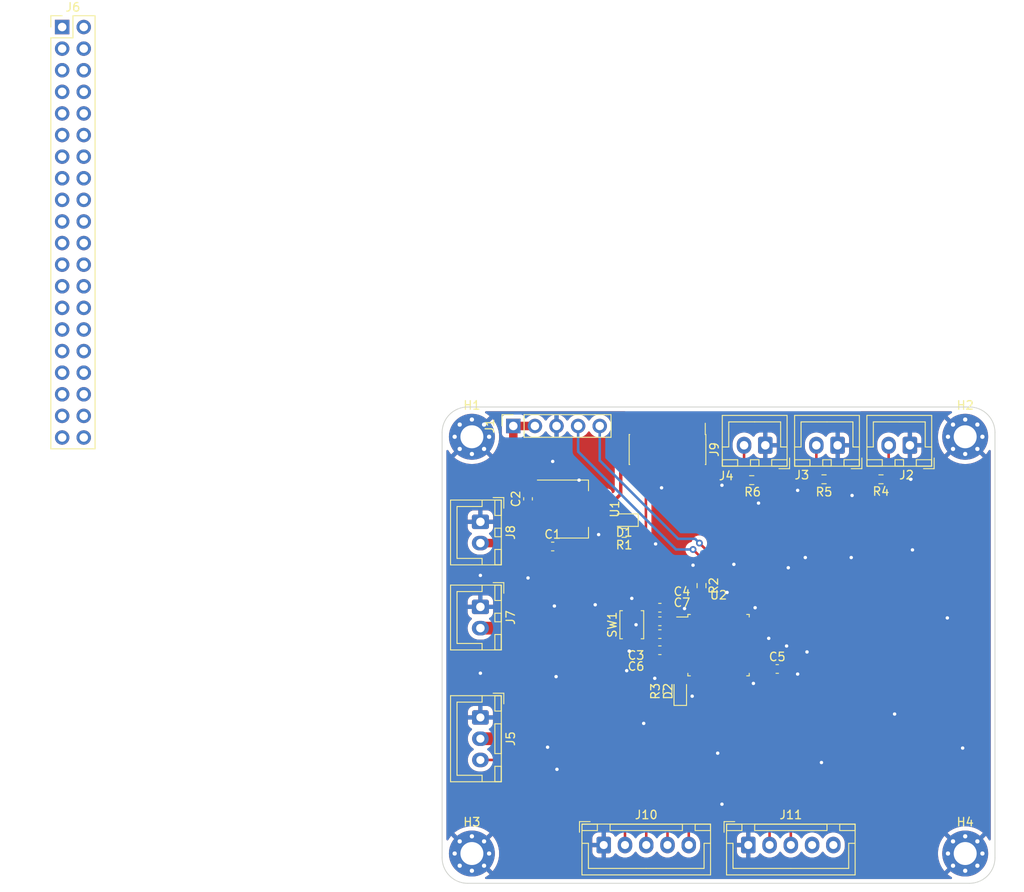
<source format=kicad_pcb>
(kicad_pcb (version 20221018) (generator pcbnew)
  (layers (0 "F.Cu" signal) (31 "B.Cu" power) (34 "B.Paste" user) (35 "F.Paste" user) (36 "B.SilkS" user "B.Silkscreen") (37 "F.SilkS" user "F.Silkscreen") (38 "B.Mask" user) (39 "F.Mask" user) (44 "Edge.Cuts" user))
  (net 0 "")
  (net 1 "GND")
  (net 2 "+3.3V")
  (net 3 "+5V")
  (net 4 "/PWR_LED_K")
  (net 5 "Net-(D2-K)")
  (net 6 "/Test_LED")
  (net 7 "/Servo_TX")
  (net 8 "+7.5V")
  (net 9 "/Setpper_Capt_Pos_1")
  (net 10 "/Setpper_Capt_Pos_2")
  (net 11 "/Setpper_Capt_Pos_3")
  (net 12 "/Step_1")
  (net 13 "/Dir_1")
  (net 14 "/SYS_JTMS-SWDIO")
  (net 15 "/SYS_JTMS-SWCLK")
  (net 16 "/Step_2")
  (net 17 "/NRST")
  (net 18 "/Dir_2")
  (net 19 "/BOOT0")
  (net 24 "/Step_3")
  (net 26 "/USART1_RX")
  (net 27 "/Dir_3")
  (net 82 "/USART1_TX")
  (footprint "Resistor_SMD:R_0603_1608Metric_Pad0.98x0.95mm_HandSolder" (layer "F.Cu") (at 98.1 55 180)
    (fp_text reference "R4" (at 0 -1.43) (layer "F.SilkS"))
    (fp_text value "10k")
    (pad "1" smd roundrect (at -0.9125 0 180) (size 0.975 0.95) (layers "F.Cu" "F.Paste" "F.Mask") (net 9 "/Setpper_Capt_Pos_1"))
    (pad "2" smd roundrect (at 0.9125 0 180) (size 0.975 0.95) (layers "F.Cu" "F.Paste" "F.Mask") (net 2 "+3.3V"))
  )
  (footprint "Capacitor_SMD:C_0603_1608Metric_Pad1.08x0.95mm_HandSolder" (layer "F.Cu") (at 72.1 75.1 180)
    (fp_text reference "C6" (at 2.8 -1.9) (layer "F.SilkS"))
    (fp_text value "100n")
    (pad "1" smd roundrect (at -0.8625 0 180) (size 1.075 0.95) (layers "F.Cu" "F.Paste" "F.Mask") (net 2 "+3.3V"))
    (pad "2" smd roundrect (at 0.8625 0 180) (size 1.075 0.95) (layers "F.Cu" "F.Paste" "F.Mask") (net 1 "GND"))
  )
  (footprint "Capacitor_SMD:C_0603_1608Metric_Pad1.08x0.95mm_HandSolder" (layer "F.Cu") (at 72.1 70.1 180)
    (fp_text reference "C4" (at -2.6 1.9) (layer "F.SilkS"))
    (fp_text value "4.7u")
    (pad "1" smd roundrect (at -0.8625 0 180) (size 1.075 0.95) (layers "F.Cu" "F.Paste" "F.Mask") (net 2 "+3.3V"))
    (pad "2" smd roundrect (at 0.8625 0 180) (size 1.075 0.95) (layers "F.Cu" "F.Paste" "F.Mask") (net 1 "GND"))
  )
  (footprint "Capacitor_SMD:C_0603_1608Metric_Pad1.08x0.95mm_HandSolder" (layer "F.Cu") (at 59.5 62.9)
    (fp_text reference "C1" (at 0 -1.43) (layer "F.SilkS"))
    (fp_text value "10u")
    (pad "1" smd roundrect (at -0.8625 0) (size 1.075 0.95) (layers "F.Cu" "F.Paste" "F.Mask") (net 3 "+5V"))
    (pad "2" smd roundrect (at 0.8625 0) (size 1.075 0.95) (layers "F.Cu" "F.Paste" "F.Mask") (net 1 "GND"))
  )
  (footprint "Capacitor_SMD:C_0603_1608Metric_Pad1.08x0.95mm_HandSolder" (layer "F.Cu") (at 85.9 77.3)
    (fp_text reference "C5" (at 0 -1.43) (layer "F.SilkS"))
    (fp_text value "100n")
    (pad "1" smd roundrect (at -0.8625 0) (size 1.075 0.95) (layers "F.Cu" "F.Paste" "F.Mask") (net 2 "+3.3V"))
    (pad "2" smd roundrect (at 0.8625 0) (size 1.075 0.95) (layers "F.Cu" "F.Paste" "F.Mask") (net 1 "GND"))
  )
  (footprint "Package_QFP:LQFP-32_7x7mm_P0.8mm" (layer "F.Cu") (at 79 74.5)
    (fp_text reference "U2" (at 0 -5.88) (layer "F.SilkS"))
    (fp_text value "STM32L412KBT6")
    (pad "1" smd roundrect (at -4.175 -2.8) (size 1.5 0.5) (layers "F.Cu" "F.Paste" "F.Mask") (net 2 "+3.3V"))
    (pad "2" smd roundrect (at -4.175 -2) (size 1.5 0.5) (layers "F.Cu" "F.Paste" "F.Mask"))
    (pad "3" smd roundrect (at -4.175 -1.2) (size 1.5 0.5) (layers "F.Cu" "F.Paste" "F.Mask"))
    (pad "4" smd roundrect (at -4.175 -0.4) (size 1.5 0.5) (layers "F.Cu" "F.Paste" "F.Mask") (net 17 "/NRST"))
    (pad "5" smd roundrect (at -4.175 0.4) (size 1.5 0.5) (layers "F.Cu" "F.Paste" "F.Mask") (net 2 "+3.3V"))
    (pad "6" smd roundrect (at -4.175 1.2) (size 1.5 0.5) (layers "F.Cu" "F.Paste" "F.Mask"))
    (pad "7" smd roundrect (at -4.175 2) (size 1.5 0.5) (layers "F.Cu" "F.Paste" "F.Mask"))
    (pad "8" smd roundrect (at -4.175 2.8) (size 1.5 0.5) (layers "F.Cu" "F.Paste" "F.Mask") (net 7 "/Servo_TX"))
    (pad "9" smd roundrect (at -2.8 4.175) (size 0.5 1.5) (layers "F.Cu" "F.Paste" "F.Mask") (net 6 "/Test_LED"))
    (pad "10" smd roundrect (at -2 4.175) (size 0.5 1.5) (layers "F.Cu" "F.Paste" "F.Mask") (net 12 "/Step_1"))
    (pad "11" smd roundrect (at -1.2 4.175) (size 0.5 1.5) (layers "F.Cu" "F.Paste" "F.Mask") (net 13 "/Dir_1"))
    (pad "12" smd roundrect (at -0.4 4.175) (size 0.5 1.5) (layers "F.Cu" "F.Paste" "F.Mask") (net 16 "/Step_2"))
    (pad "13" smd roundrect (at 0.4 4.175) (size 0.5 1.5) (layers "F.Cu" "F.Paste" "F.Mask") (net 18 "/Dir_2"))
    (pad "14" smd roundrect (at 1.2 4.175) (size 0.5 1.5) (layers "F.Cu" "F.Paste" "F.Mask") (net 24 "/Step_3"))
    (pad "15" smd roundrect (at 2 4.175) (size 0.5 1.5) (layers "F.Cu" "F.Paste" "F.Mask") (net 27 "/Dir_3"))
    (pad "16" smd roundrect (at 2.8 4.175) (size 0.5 1.5) (layers "F.Cu" "F.Paste" "F.Mask") (net 1 "GND"))
    (pad "17" smd roundrect (at 4.175 2.8) (size 1.5 0.5) (layers "F.Cu" "F.Paste" "F.Mask") (net 2 "+3.3V"))
    (pad "18" smd roundrect (at 4.175 2) (size 1.5 0.5) (layers "F.Cu" "F.Paste" "F.Mask") (net 9 "/Setpper_Capt_Pos_1"))
    (pad "19" smd roundrect (at 4.175 1.2) (size 1.5 0.5) (layers "F.Cu" "F.Paste" "F.Mask") (net 10 "/Setpper_Capt_Pos_2"))
    (pad "20" smd roundrect (at 4.175 0.4) (size 1.5 0.5) (layers "F.Cu" "F.Paste" "F.Mask") (net 11 "/Setpper_Capt_Pos_3"))
    (pad "21" smd roundrect (at 4.175 -0.4) (size 1.5 0.5) (layers "F.Cu" "F.Paste" "F.Mask"))
    (pad "22" smd roundrect (at 4.175 -1.2) (size 1.5 0.5) (layers "F.Cu" "F.Paste" "F.Mask"))
    (pad "23" smd roundrect (at 4.175 -2) (size 1.5 0.5) (layers "F.Cu" "F.Paste" "F.Mask") (net 14 "/SYS_JTMS-SWDIO"))
    (pad "24" smd roundrect (at 4.175 -2.8) (size 1.5 0.5) (layers "F.Cu" "F.Paste" "F.Mask") (net 15 "/SYS_JTMS-SWCLK"))
    (pad "25" smd roundrect (at 2.8 -4.175) (size 0.5 1.5) (layers "F.Cu" "F.Paste" "F.Mask"))
    (pad "26" smd roundrect (at 2 -4.175) (size 0.5 1.5) (layers "F.Cu" "F.Paste" "F.Mask"))
    (pad "27" smd roundrect (at 1.2 -4.175) (size 0.5 1.5) (layers "F.Cu" "F.Paste" "F.Mask"))
    (pad "28" smd roundrect (at 0.4 -4.175) (size 0.5 1.5) (layers "F.Cu" "F.Paste" "F.Mask"))
    (pad "29" smd roundrect (at -0.4 -4.175) (size 0.5 1.5) (layers "F.Cu" "F.Paste" "F.Mask") (net 82 "/USART1_TX"))
    (pad "30" smd roundrect (at -1.2 -4.175) (size 0.5 1.5) (layers "F.Cu" "F.Paste" "F.Mask") (net 26 "/USART1_RX"))
    (pad "31" smd roundrect (at -2 -4.175) (size 0.5 1.5) (layers "F.Cu" "F.Paste" "F.Mask") (net 19 "/BOOT0"))
    (pad "32" smd roundrect (at -2.8 -4.175) (size 0.5 1.5) (layers "F.Cu" "F.Paste" "F.Mask") (net 1 "GND"))
  )
  (footprint "MountingHole:MountingHole_2.7mm_Pad_Via" (layer "F.Cu") (at 50 50)
    (fp_text reference "H1" (at 0 -3.7) (layer "F.SilkS"))
    (fp_text value "MountingHole_Pad")
    (pad "1" thru_hole circle locked (at -2.025 0) (size 0.8 0.8) (drill 0.5) (layers "*.Cu" "*.Mask") (net 1 "GND"))
    (pad "1" thru_hole circle locked (at -1.431891 -1.431891) (size 0.8 0.8) (drill 0.5) (layers "*.Cu" "*.Mask") (net 1 "GND"))
    (pad "1" thru_hole circle locked (at -1.431891 1.431891) (size 0.8 0.8) (drill 0.5) (layers "*.Cu" "*.Mask") (net 1 "GND"))
    (pad "1" thru_hole circle locked (at 0 -2.025) (size 0.8 0.8) (drill 0.5) (layers "*.Cu" "*.Mask") (net 1 "GND"))
    (pad "1" thru_hole circle locked (at 0 0) (size 5.4 5.4) (drill 2.7) (layers "*.Cu" "*.Mask") (net 1 "GND"))
    (pad "1" thru_hole circle locked (at 0 2.025) (size 0.8 0.8) (drill 0.5) (layers "*.Cu" "*.Mask") (net 1 "GND"))
    (pad "1" thru_hole circle locked (at 1.431891 -1.431891) (size 0.8 0.8) (drill 0.5) (layers "*.Cu" "*.Mask") (net 1 "GND"))
    (pad "1" thru_hole circle locked (at 1.431891 1.431891) (size 0.8 0.8) (drill 0.5) (layers "*.Cu" "*.Mask") (net 1 "GND"))
    (pad "1" thru_hole circle locked (at 2.025 0) (size 0.8 0.8) (drill 0.5) (layers "*.Cu" "*.Mask") (net 1 "GND"))
  )
  (footprint "Connector_JST:JST_XH_B3B-XH-A_1x03_P2.50mm_Vertical" (layer "F.Cu") (at 51 83 -90)
    (fp_text reference "J5" (at 2.5 -3.55 90) (layer "F.SilkS"))
    (fp_text value "Servo_Com")
    (pad "1" thru_hole roundrect (at 0 0 270) (size 1.7 1.95) (drill 0.95) (layers "*.Cu" "*.Mask") (roundrect_rratio 0.147059) (net 1 "GND"))
    (pad "2" thru_hole oval (at 2.5 0 270) (size 1.7 1.95) (drill 0.95) (layers "*.Cu" "*.Mask") (net 8 "+7.5V"))
    (pad "3" thru_hole oval (at 5 0 270) (size 1.7 1.95) (drill 0.95) (layers "*.Cu" "*.Mask") (net 7 "/Servo_TX"))
  )
  (footprint "Connector_JST:JST_XH_B5B-XH-A_1x05_P2.50mm_Vertical" (layer "F.Cu") (at 65.5 98)
    (fp_text reference "J10" (at 5 -3.55) (layer "F.SilkS"))
    (fp_text value "Conn_01x05")
    (pad "1" thru_hole roundrect (at 0 0) (size 1.7 1.95) (drill 0.95) (layers "*.Cu" "*.Mask") (roundrect_rratio 0.147059) (net 1 "GND"))
    (pad "2" thru_hole oval (at 2.5 0) (size 1.7 1.95) (drill 0.95) (layers "*.Cu" "*.Mask") (net 12 "/Step_1"))
    (pad "3" thru_hole oval (at 5 0) (size 1.7 1.95) (drill 0.95) (layers "*.Cu" "*.Mask") (net 13 "/Dir_1"))
    (pad "4" thru_hole oval (at 7.5 0) (size 1.7 1.95) (drill 0.95) (layers "*.Cu" "*.Mask") (net 16 "/Step_2"))
    (pad "5" thru_hole oval (at 10 0) (size 1.7 1.95) (drill 0.95) (layers "*.Cu" "*.Mask") (net 18 "/Dir_2"))
  )
  (footprint "Connector_JST:JST_XH_B2B-XH-A_1x02_P2.50mm_Vertical" (layer "F.Cu") (at 84.5 51 180)
    (fp_text reference "J4" (at 4.6 -3.6) (layer "F.SilkS"))
    (fp_text value "Conn_01x02")
    (pad "1" thru_hole roundrect (at 0 0 180) (size 1.7 2) (drill 1) (layers "*.Cu" "*.Mask") (roundrect_rratio 0.147059) (net 1 "GND"))
    (pad "2" thru_hole oval (at 2.5 0 180) (size 1.7 2) (drill 1) (layers "*.Cu" "*.Mask") (net 11 "/Setpper_Capt_Pos_3"))
  )
  (footprint "MountingHole:MountingHole_2.7mm_Pad_Via" (layer "F.Cu") (at 108 99)
    (fp_text reference "H4" (at 0 -3.7) (layer "F.SilkS"))
    (fp_text value "MountingHole_Pad")
    (pad "1" thru_hole circle locked (at -2.025 0) (size 0.8 0.8) (drill 0.5) (layers "*.Cu" "*.Mask") (net 1 "GND"))
    (pad "1" thru_hole circle locked (at -1.431891 -1.431891) (size 0.8 0.8) (drill 0.5) (layers "*.Cu" "*.Mask") (net 1 "GND"))
    (pad "1" thru_hole circle locked (at -1.431891 1.431891) (size 0.8 0.8) (drill 0.5) (layers "*.Cu" "*.Mask") (net 1 "GND"))
    (pad "1" thru_hole circle locked (at 0 -2.025) (size 0.8 0.8) (drill 0.5) (layers "*.Cu" "*.Mask") (net 1 "GND"))
    (pad "1" thru_hole circle locked (at 0 0) (size 5.4 5.4) (drill 2.7) (layers "*.Cu" "*.Mask") (net 1 "GND"))
    (pad "1" thru_hole circle locked (at 0 2.025) (size 0.8 0.8) (drill 0.5) (layers "*.Cu" "*.Mask") (net 1 "GND"))
    (pad "1" thru_hole circle locked (at 1.431891 -1.431891) (size 0.8 0.8) (drill 0.5) (layers "*.Cu" "*.Mask") (net 1 "GND"))
    (pad "1" thru_hole circle locked (at 1.431891 1.431891) (size 0.8 0.8) (drill 0.5) (layers "*.Cu" "*.Mask") (net 1 "GND"))
    (pad "1" thru_hole circle locked (at 2.025 0) (size 0.8 0.8) (drill 0.5) (layers "*.Cu" "*.Mask") (net 1 "GND"))
  )
  (footprint "Connector_JST:JST_XH_B2B-XH-A_1x02_P2.50mm_Vertical" (layer "F.Cu") (at 51 70 -90)
    (fp_text reference "J7" (at 1.25 -3.55 90) (layer "F.SilkS"))
    (fp_text value "Conn_01x02")
    (pad "1" thru_hole roundrect (at 0 0 270) (size 1.7 2) (drill 1) (layers "*.Cu" "*.Mask") (roundrect_rratio 0.147059) (net 1 "GND"))
    (pad "2" thru_hole oval (at 2.5 0 270) (size 1.7 2) (drill 1) (layers "*.Cu" "*.Mask") (net 8 "+7.5V"))
  )
  (footprint "Resistor_SMD:R_0603_1608Metric_Pad0.98x0.95mm_HandSolder" (layer "F.Cu") (at 77 67.5 -90)
    (fp_text reference "R2" (at 0 -1.43 90) (layer "F.SilkS"))
    (fp_text value "100k")
    (pad "1" smd roundrect (at -0.9125 0 270) (size 0.975 0.95) (layers "F.Cu" "F.Paste" "F.Mask") (net 1 "GND"))
    (pad "2" smd roundrect (at 0.9125 0 270) (size 0.975 0.95) (layers "F.Cu" "F.Paste" "F.Mask") (net 19 "/BOOT0"))
  )
  (footprint "MountingHole:MountingHole_2.7mm_Pad_Via" (layer "F.Cu") (at 50 99)
    (fp_text reference "H3" (at 0 -3.7) (layer "F.SilkS"))
    (fp_text value "MountingHole_Pad")
    (pad "1" thru_hole circle locked (at -2.025 0) (size 0.8 0.8) (drill 0.5) (layers "*.Cu" "*.Mask") (net 1 "GND"))
    (pad "1" thru_hole circle locked (at -1.431891 -1.431891) (size 0.8 0.8) (drill 0.5) (layers "*.Cu" "*.Mask") (net 1 "GND"))
    (pad "1" thru_hole circle locked (at -1.431891 1.431891) (size 0.8 0.8) (drill 0.5) (layers "*.Cu" "*.Mask") (net 1 "GND"))
    (pad "1" thru_hole circle locked (at 0 -2.025) (size 0.8 0.8) (drill 0.5) (layers "*.Cu" "*.Mask") (net 1 "GND"))
    (pad "1" thru_hole circle locked (at 0 0) (size 5.4 5.4) (drill 2.7) (layers "*.Cu" "*.Mask") (net 1 "GND"))
    (pad "1" thru_hole circle locked (at 0 2.025) (size 0.8 0.8) (drill 0.5) (layers "*.Cu" "*.Mask") (net 1 "GND"))
    (pad "1" thru_hole circle locked (at 1.431891 -1.431891) (size 0.8 0.8) (drill 0.5) (layers "*.Cu" "*.Mask") (net 1 "GND"))
    (pad "1" thru_hole circle locked (at 1.431891 1.431891) (size 0.8 0.8) (drill 0.5) (layers "*.Cu" "*.Mask") (net 1 "GND"))
    (pad "1" thru_hole circle locked (at 2.025 0) (size 0.8 0.8) (drill 0.5) (layers "*.Cu" "*.Mask") (net 1 "GND"))
  )
  (footprint "Resistor_SMD:R_0603_1608Metric_Pad0.98x0.95mm_HandSolder" (layer "F.Cu") (at 67.9 61.3 180)
    (fp_text reference "R1" (at 0 -1.43) (layer "F.SilkS"))
    (fp_text value "1k")
    (pad "1" smd roundrect (at -0.9125 0 180) (size 0.975 0.95) (layers "F.Cu" "F.Paste" "F.Mask") (net 4 "/PWR_LED_K"))
    (pad "2" smd roundrect (at 0.9125 0 180) (size 0.975 0.95) (layers "F.Cu" "F.Paste" "F.Mask") (net 1 "GND"))
  )
  (footprint "Connector_JST:JST_XH_B2B-XH-A_1x02_P2.50mm_Vertical" (layer "F.Cu") (at 101.5 51 180)
    (fp_text reference "J2" (at 0.4 -3.5) (layer "F.SilkS"))
    (fp_text value "Conn_01x02")
    (pad "1" thru_hole roundrect (at 0 0 180) (size 1.7 2) (drill 1) (layers "*.Cu" "*.Mask") (roundrect_rratio 0.147059) (net 1 "GND"))
    (pad "2" thru_hole oval (at 2.5 0 180) (size 1.7 2) (drill 1) (layers "*.Cu" "*.Mask") (net 9 "/Setpper_Capt_Pos_1"))
  )
  (footprint "Capacitor_SMD:C_0603_1608Metric_Pad1.08x0.95mm_HandSolder" (layer "F.Cu") (at 56.6 57.3 90)
    (fp_text reference "C2" (at 0 -1.43 90) (layer "F.SilkS"))
    (fp_text value "10u")
    (pad "1" smd roundrect (at -0.8625 0 90) (size 1.075 0.95) (layers "F.Cu" "F.Paste" "F.Mask") (net 2 "+3.3V"))
    (pad "2" smd roundrect (at 0.8625 0 90) (size 1.075 0.95) (layers "F.Cu" "F.Paste" "F.Mask") (net 1 "GND"))
  )
  (footprint "MountingHole:MountingHole_2.7mm_Pad_Via" (layer "F.Cu") (at 108 50)
    (fp_text reference "H2" (at 0 -3.7) (layer "F.SilkS"))
    (fp_text value "MountingHole_Pad")
    (pad "1" thru_hole circle locked (at -2.025 0) (size 0.8 0.8) (drill 0.5) (layers "*.Cu" "*.Mask") (net 1 "GND"))
    (pad "1" thru_hole circle locked (at -1.431891 -1.431891) (size 0.8 0.8) (drill 0.5) (layers "*.Cu" "*.Mask") (net 1 "GND"))
    (pad "1" thru_hole circle locked (at -1.431891 1.431891) (size 0.8 0.8) (drill 0.5) (layers "*.Cu" "*.Mask") (net 1 "GND"))
    (pad "1" thru_hole circle locked (at 0 -2.025) (size 0.8 0.8) (drill 0.5) (layers "*.Cu" "*.Mask") (net 1 "GND"))
    (pad "1" thru_hole circle locked (at 0 0) (size 5.4 5.4) (drill 2.7) (layers "*.Cu" "*.Mask") (net 1 "GND"))
    (pad "1" thru_hole circle locked (at 0 2.025) (size 0.8 0.8) (drill 0.5) (layers "*.Cu" "*.Mask") (net 1 "GND"))
    (pad "1" thru_hole circle locked (at 1.431891 -1.431891) (size 0.8 0.8) (drill 0.5) (layers "*.Cu" "*.Mask") (net 1 "GND"))
    (pad "1" thru_hole circle locked (at 1.431891 1.431891) (size 0.8 0.8) (drill 0.5) (layers "*.Cu" "*.Mask") (net 1 "GND"))
    (pad "1" thru_hole circle locked (at 2.025 0) (size 0.8 0.8) (drill 0.5) (layers "*.Cu" "*.Mask") (net 1 "GND"))
  )
  (footprint "Connector_PinHeader_2.54mm:PinHeader_2x20_P2.54mm_Vertical" (layer "F.Cu") (at 1.825 1.825)
    (fp_text reference "J6" (at 1.27 -2.33) (layer "F.SilkS"))
    (fp_text value "Conn_02x20_Odd_Even")
    (pad "1" thru_hole rect (at 0 0) (size 1.7 1.7) (drill 1) (layers "*.Cu" "*.Mask"))
    (pad "2" thru_hole oval (at 2.54 0) (size 1.7 1.7) (drill 1) (layers "*.Cu" "*.Mask"))
    (pad "3" thru_hole oval (at 0 2.54) (size 1.7 1.7) (drill 1) (layers "*.Cu" "*.Mask"))
    (pad "4" thru_hole oval (at 2.54 2.54) (size 1.7 1.7) (drill 1) (layers "*.Cu" "*.Mask"))
    (pad "5" thru_hole oval (at 0 5.08) (size 1.7 1.7) (drill 1) (layers "*.Cu" "*.Mask"))
    (pad "6" thru_hole oval (at 2.54 5.08) (size 1.7 1.7) (drill 1) (layers "*.Cu" "*.Mask"))
    (pad "7" thru_hole oval (at 0 7.62) (size 1.7 1.7) (drill 1) (layers "*.Cu" "*.Mask"))
    (pad "8" thru_hole oval (at 2.54 7.62) (size 1.7 1.7) (drill 1) (layers "*.Cu" "*.Mask"))
    (pad "9" thru_hole oval (at 0 10.16) (size 1.7 1.7) (drill 1) (layers "*.Cu" "*.Mask"))
    (pad "10" thru_hole oval (at 2.54 10.16) (size 1.7 1.7) (drill 1) (layers "*.Cu" "*.Mask"))
    (pad "11" thru_hole oval (at 0 12.7) (size 1.7 1.7) (drill 1) (layers "*.Cu" "*.Mask"))
    (pad "12" thru_hole oval (at 2.54 12.7) (size 1.7 1.7) (drill 1) (layers "*.Cu" "*.Mask"))
    (pad "13" thru_hole oval (at 0 15.24) (size 1.7 1.7) (drill 1) (layers "*.Cu" "*.Mask"))
    (pad "14" thru_hole oval (at 2.54 15.24) (size 1.7 1.7) (drill 1) (layers "*.Cu" "*.Mask"))
    (pad "15" thru_hole oval (at 0 17.78) (size 1.7 1.7) (drill 1) (layers "*.Cu" "*.Mask"))
    (pad "16" thru_hole oval (at 2.54 17.78) (size 1.7 1.7) (drill 1) (layers "*.Cu" "*.Mask"))
    (pad "17" thru_hole oval (at 0 20.32) (size 1.7 1.7) (drill 1) (layers "*.Cu" "*.Mask"))
    (pad "18" thru_hole oval (at 2.54 20.32) (size 1.7 1.7) (drill 1) (layers "*.Cu" "*.Mask"))
    (pad "19" thru_hole oval (at 0 22.86) (size 1.7 1.7) (drill 1) (layers "*.Cu" "*.Mask"))
    (pad "20" thru_hole oval (at 2.54 22.86) (size 1.7 1.7) (drill 1) (layers "*.Cu" "*.Mask"))
    (pad "21" thru_hole oval (at 0 25.4) (size 1.7 1.7) (drill 1) (layers "*.Cu" "*.Mask"))
    (pad "22" thru_hole oval (at 2.54 25.4) (size 1.7 1.7) (drill 1) (layers "*.Cu" "*.Mask"))
    (pad "23" thru_hole oval (at 0 27.94) (size 1.7 1.7) (drill 1) (layers "*.Cu" "*.Mask"))
    (pad "24" thru_hole oval (at 2.54 27.94) (size 1.7 1.7) (drill 1) (layers "*.Cu" "*.Mask"))
    (pad "25" thru_hole oval (at 0 30.48) (size 1.7 1.7) (drill 1) (layers "*.Cu" "*.Mask"))
    (pad "26" thru_hole oval (at 2.54 30.48) (size 1.7 1.7) (drill 1) (layers "*.Cu" "*.Mask"))
    (pad "27" thru_hole oval (at 0 33.02) (size 1.7 1.7) (drill 1) (layers "*.Cu" "*.Mask"))
    (pad "28" thru_hole oval (at 2.54 33.02) (size 1.7 1.7) (drill 1) (layers "*.Cu" "*.Mask"))
    (pad "29" thru_hole oval (at 0 35.56) (size 1.7 1.7) (drill 1) (layers "*.Cu" "*.Mask"))
    (pad "30" thru_hole oval (at 2.54 35.56) (size 1.7 1.7) (drill 1) (layers "*.Cu" "*.Mask"))
    (pad "31" thru_hole oval (at 0 38.1) (size 1.7 1.7) (drill 1) (layers "*.Cu" "*.Mask"))
    (pad "32" thru_hole oval (at 2.54 38.1) (size 1.7 1.7) (drill 1) (layers "*.Cu" "*.Mask"))
    (pad "33" thru_hole oval (at 0 40.64) (size 1.7 1.7) (drill 1) (layers "*.Cu" "*.Mask"))
    (pad "34" thru_hole oval (at 2.54 40.64) (size 1.7 1.7) (drill 1) (layers "*.Cu" "*.Mask"))
    (pad "35" thru_hole oval (at 0 43.18) (size 1.7 1.7) (drill 1) (layers "*.Cu" "*.Mask"))
    (pad "36" thru_hole oval (at 2.54 43.18) (size 1.7 1.7) (drill 1) (layers "*.Cu" "*.Mask"))
    (pad "37" thru_hole oval (at 0 45.72) (size 1.7 1.7) (drill 1) (layers "*.Cu" "*.Mask"))
    (pad "38" thru_hole oval (at 2.54 45.72) (size 1.7 1.7) (drill 1) (layers "*.Cu" "*.Mask"))
    (pad "39" thru_hole oval (at 0 48.26) (size 1.7 1.7) (drill 1) (layers "*.Cu" "*.Mask"))
    (pad "40" thru_hole oval (at 2.54 48.26) (size 1.7 1.7) (drill 1) (layers "*.Cu" "*.Mask"))
  )
  (footprint "Resistor_SMD:R_0603_1608Metric_Pad0.98x0.95mm_HandSolder" (layer "F.Cu") (at 91.4 55)
    (fp_text reference "R5" (at 0 1.5) (layer "F.SilkS"))
    (fp_text value "10k")
    (pad "1" smd roundrect (at -0.9125 0) (size 0.975 0.95) (layers "F.Cu" "F.Paste" "F.Mask") (net 10 "/Setpper_Capt_Pos_2"))
    (pad "2" smd roundrect (at 0.9125 0) (size 0.975 0.95) (layers "F.Cu" "F.Paste" "F.Mask") (net 2 "+3.3V"))
  )
  (footprint "LED_SMD:LED_0603_1608Metric_Pad1.05x0.95mm_HandSolder" (layer "F.Cu") (at 67.9 59.8 180)
    (fp_text reference "D1" (at 0 -1.43) (layer "F.SilkS"))
    (fp_text value "LED_RED")
    (pad "1" smd roundrect (at -0.875 0 180) (size 1.05 0.95) (layers "F.Cu" "F.Paste" "F.Mask") (net 4 "/PWR_LED_K"))
    (pad "2" smd roundrect (at 0.875 0 180) (size 1.05 0.95) (layers "F.Cu" "F.Paste" "F.Mask") (net 2 "+3.3V"))
  )
  (footprint "Package_TO_SOT_SMD:SOT-223-3_TabPin2" (layer "F.Cu") (at 61.8 58.5)
    (fp_text reference "U1" (at 5 0 90) (layer "F.SilkS"))
    (fp_text value "AMS1117-3.3" hide)
    (pad "1" smd rect (at -3.15 -2.3) (size 2 1.5) (layers "F.Cu" "F.Paste" "F.Mask") (net 1 "GND"))
    (pad "2" smd rect (at -3.15 0) (size 2 1.5) (layers "F.Cu" "F.Paste" "F.Mask") (net 2 "+3.3V"))
    (pad "2" smd rect (at 3.15 0) (size 2 3.8) (layers "F.Cu" "F.Paste" "F.Mask") (net 2 "+3.3V"))
    (pad "3" smd rect (at -3.15 2.3) (size 2 1.5) (layers "F.Cu" "F.Paste" "F.Mask") (net 3 "+5V"))
  )
  (footprint "Connector_JST:JST_XH_B2B-XH-A_1x02_P2.50mm_Vertical" (layer "F.Cu") (at 93 51 180)
    (fp_text reference "J3" (at 4.2 -3.5) (layer "F.SilkS"))
    (fp_text value "Conn_01x02")
    (pad "1" thru_hole roundrect (at 0 0 180) (size 1.7 2) (drill 1) (layers "*.Cu" "*.Mask") (roundrect_rratio 0.147059) (net 1 "GND"))
    (pad "2" thru_hole oval (at 2.5 0 180) (size 1.7 2) (drill 1) (layers "*.Cu" "*.Mask") (net 10 "/Setpper_Capt_Pos_2"))
  )
  (footprint "Capacitor_SMD:C_0603_1608Metric_Pad1.08x0.95mm_HandSolder" (layer "F.Cu") (at 72.1 73.2)
    (fp_text reference "C3" (at -2.8 2.5) (layer "F.SilkS"))
    (fp_text value "100n")
    (pad "1" smd roundrect (at -0.8625 0) (size 1.075 0.95) (layers "F.Cu" "F.Paste" "F.Mask") (net 1 "GND"))
    (pad "2" smd roundrect (at 0.8625 0) (size 1.075 0.95) (layers "F.Cu" "F.Paste" "F.Mask") (net 17 "/NRST"))
  )
  (footprint "Connector_JST:JST_XH_B2B-XH-A_1x02_P2.50mm_Vertical" (layer "F.Cu") (at 51 60 -90)
    (fp_text reference "J8" (at 1.25 -3.55 90) (layer "F.SilkS"))
    (fp_text value "Conn_01x02")
    (pad "1" thru_hole roundrect (at 0 0 270) (size 1.7 2) (drill 1) (layers "*.Cu" "*.Mask") (roundrect_rratio 0.147059) (net 1 "GND"))
    (pad "2" thru_hole oval (at 2.5 0 270) (size 1.7 2) (drill 1) (layers "*.Cu" "*.Mask") (net 3 "+5V"))
  )
  (footprint "Resistor_SMD:R_0603_1608Metric_Pad0.98x0.95mm_HandSolder" (layer "F.Cu") (at 82.9 55.1)
    (fp_text reference "R6" (at 0.1 1.4) (layer "F.SilkS"))
    (fp_text value "10k")
    (pad "1" smd roundrect (at -0.9125 0) (size 0.975 0.95) (layers "F.Cu" "F.Paste" "F.Mask") (net 11 "/Setpper_Capt_Pos_3"))
    (pad "2" smd roundrect (at 0.9125 0) (size 0.975 0.95) (layers "F.Cu" "F.Paste" "F.Mask") (net 2 "+3.3V"))
  )
  (footprint "Button_Switch_SMD:SW_SPST_B3U-1000P" (layer "F.Cu") (at 68.8 72.1 -90)
    (fp_text reference "SW1" (at 0 2.3 90) (layer "F.SilkS"))
    (fp_text value "SW_Push")
    (pad "1" smd rect (at -1.7 0 270) (size 0.9 1.7) (layers "F.Cu" "F.Paste" "F.Mask") (net 1 "GND"))
    (pad "2" smd rect (at 1.7 0 270) (size 0.9 1.7) (layers "F.Cu" "F.Paste" "F.Mask") (net 17 "/NRST"))
  )
  (footprint "Connector_PinSocket_2.54mm:PinSocket_1x05_P2.54mm_Vertical" (layer "F.Cu") (at 54.87 48.73 90)
    (fp_text reference "J1" (at 0 -2.77 90) (layer "F.SilkS"))
    (fp_text value "Shield_RaspPi")
    (pad "1" thru_hole rect locked (at 0 0 90) (size 1.7 1.7) (drill 1) (layers "*.Cu" "*.Mask") (net 3 "+5V"))
    (pad "2" thru_hole oval locked (at 0 2.54 90) (size 1.7 1.7) (drill 1) (layers "*.Cu" "*.Mask") (net 3 "+5V"))
    (pad "3" thru_hole oval locked (at 0 5.08 90) (size 1.7 1.7) (drill 1) (layers "*.Cu" "*.Mask") (net 1 "GND"))
    (pad "4" thru_hole oval locked (at 0 7.62 90) (size 1.7 1.7) (drill 1) (layers "*.Cu" "*.Mask") (net 26 "/USART1_RX"))
    (pad "5" thru_hole oval locked (at 0 10.16 90) (size 1.7 1.7) (drill 1) (layers "*.Cu" "*.Mask") (net 82 "/USART1_TX"))
  )
  (footprint "Connector_JST:JST_XH_B5B-XH-A_1x05_P2.50mm_Vertical" (layer "F.Cu") (at 82.5 98)
    (fp_text reference "J11" (at 5 -3.55) (layer "F.SilkS"))
    (fp_text value "Conn_01x05")
    (pad "1" thru_hole roundrect (at 0 0) (size 1.7 1.95) (drill 0.95) (layers "*.Cu" "*.Mask") (roundrect_rratio 0.147059) (net 1 "GND"))
    (pad "2" thru_hole oval (at 2.5 0) (size 1.7 1.95) (drill 0.95) (layers "*.Cu" "*.Mask") (net 24 "/Step_3"))
    (pad "3" thru_hole oval (at 5 0) (size 1.7 1.95) (drill 0.95) (layers "*.Cu" "*.Mask") (net 27 "/Dir_3"))
    (pad "4" thru_hole oval (at 7.5 0) (size 1.7 1.95) (drill 0.95) (layers "*.Cu" "*.Mask"))
    (pad "5" thru_hole oval (at 10 0) (size 1.7 1.95) (drill 0.95) (layers "*.Cu" "*.Mask"))
  )
  (footprint "Connector_PinHeader_1.27mm:PinHeader_2x07_P1.27mm_Vertical_SMD" (layer "F.Cu") (at 73 51.5 -90)
    (fp_text reference "J9" (at 0 -5.505 90) (layer "F.SilkS"))
    (fp_text value "Conn_ST_STDC14")
    (pad "1" smd rect (at -1.95 -3.81 270) (size 2.4 0.74) (layers "F.Cu" "F.Paste" "F.Mask"))
    (pad "2" smd rect (at 1.95 -3.81 270) (size 2.4 0.74) (layers "F.Cu" "F.Paste" "F.Mask"))
    (pad "3" smd rect (at -1.95 -2.54 270) (size 2.4 0.74) (layers "F.Cu" "F.Paste" "F.Mask") (net 2 "+3.3V"))
    (pad "4" smd rect (at 1.95 -2.54 270) (size 2.4 0.74) (layers "F.Cu" "F.Paste" "F.Mask") (net 14 "/SYS_JTMS-SWDIO"))
    (pad "5" smd rect (at -1.95 -1.27 270) (size 2.4 0.74) (layers "F.Cu" "F.Paste" "F.Mask") (net 1 "GND"))
    (pad "6" smd rect (at 1.95 -1.27 270) (size 2.4 0.74) (layers "F.Cu" "F.Paste" "F.Mask") (net 15 "/SYS_JTMS-SWCLK"))
    (pad "7" smd rect (at -1.95 0 270) (size 2.4 0.74) (layers "F.Cu" "F.Paste" "F.Mask") (net 1 "GND"))
    (pad "8" smd rect (at 1.95 0 270) (size 2.4 0.74) (layers "F.Cu" "F.Paste" "F.Mask"))
    (pad "9" smd rect (at -1.95 1.27 270) (size 2.4 0.74) (layers "F.Cu" "F.Paste" "F.Mask"))
    (pad "10" smd rect (at 1.95 1.27 270) (size 2.4 0.74) (layers "F.Cu" "F.Paste" "F.Mask"))
    (pad "11" smd rect (at -1.95 2.54 270) (size 2.4 0.74) (layers "F.Cu" "F.Paste" "F.Mask") (net 1 "GND"))
    (pad "12" smd rect (at 1.95 2.54 270) (size 2.4 0.74) (layers "F.Cu" "F.Paste" "F.Mask") (net 17 "/NRST"))
    (pad "13" smd rect (at -1.95 3.81 270) (size 2.4 0.74) (layers "F.Cu" "F.Paste" "F.Mask"))
    (pad "14" smd rect (at 1.95 3.81 270) (size 2.4 0.74) (layers "F.Cu" "F.Paste" "F.Mask"))
  )
  (footprint "LED_SMD:LED_0603_1608Metric_Pad1.05x0.95mm_HandSolder" (layer "F.Cu") (at 74.5 79.925 90)
    (fp_text reference "D2" (at 0 -1.43 90) (layer "F.SilkS"))
    (fp_text value "LED")
    (pad "1" smd roundrect (at -0.875 0 90) (size 1.05 0.95) (layers "F.Cu" "F.Paste" "F.Mask") (net 5 "Net-(D2-K)"))
    (pad "2" smd roundrect (at 0.875 0 90) (size 1.05 0.95) (layers "F.Cu" "F.Paste" "F.Mask") (net 6 "/Test_LED"))
  )
  (footprint "Resistor_SMD:R_0603_1608Metric_Pad0.98x0.95mm_HandSolder" (layer "F.Cu") (at 73 79.925 90)
    (fp_text reference "R3" (at 0 -1.43 90) (layer "F.SilkS"))
    (fp_text value "1k")
    (pad "1" smd roundrect (at -0.9125 0 90) (size 0.975 0.95) (layers "F.Cu" "F.Paste" "F.Mask") (net 5 "Net-(D2-K)"))
    (pad "2" smd roundrect (at 0.9125 0 90) (size 0.975 0.95) (layers "F.Cu" "F.Paste" "F.Mask") (net 1 "GND"))
  )
  (footprint "Capacitor_SMD:C_0603_1608Metric_Pad1.08x0.95mm_HandSolder" (layer "F.Cu") (at 72.1 71.7 180)
    (fp_text reference "C7" (at -2.6 2.2) (layer "F.SilkS"))
    (fp_text value "100n")
    (pad "1" smd roundrect (at -0.8625 0 180) (size 1.075 0.95) (layers "F.Cu" "F.Paste" "F.Mask") (net 2 "+3.3V"))
    (pad "2" smd roundrect (at 0.8625 0 180) (size 1.075 0.95) (layers "F.Cu" "F.Paste" "F.Mask") (net 1 "GND"))
  )
  (gr_line locked (start 111.5 49.5) (end 111.5 99.5) (stroke (width 0.1)) (layer "Edge.Cuts"))
  (gr_line locked (start 46.5 99.5) (end 46.5 49.5) (stroke (width 0.1)) (layer "Edge.Cuts"))
  (gr_line locked (start 108.5 102.5) (end 49.5 102.5) (stroke (width 0.1)) (layer "Edge.Cuts"))
  (gr_arc locked (start 108.5 46.5) (mid 110.62132 47.37868) (end 111.5 49.5) (stroke (width 0.1)) (layer "Edge.Cuts"))
  (gr_line locked (start 49.5 46.5) (end 108.5 46.5) (stroke (width 0.1)) (layer "Edge.Cuts"))
  (gr_arc locked (start 111.5 99.5) (mid 110.62132 101.62132) (end 108.5 102.5) (stroke (width 0.1)) (layer "Edge.Cuts"))
  (gr_arc locked (start 49.5 102.5) (mid 47.37868 101.62132) (end 46.5 99.5) (stroke (width 0.1)) (layer "Edge.Cuts"))
  (gr_arc locked (start 46.5 49.5) (mid 47.37868 47.37868) (end 49.5 46.5) (stroke (width 0.1)) (layer "Edge.Cuts"))
  (via (at 89.2 64.2) (size 0.8) (drill 0.4) (layers "F.Cu" "B.Cu") (net 1))
  (via (at 56.6 66.6) (size 0.8) (drill 0.4) (layers "F.Cu" "B.Cu") (net 1))
  (via (at 51 66.3) (size 0.8) (drill 0.4) (layers "F.Cu" "B.Cu") (net 1))
  (via (at 94.6 64.2) (size 0.8) (drill 0.4) (layers "F.Cu" "B.Cu") (net 1))
  (via (at 51 77.8) (size 0.8) (drill 0.4) (layers "F.Cu" "B.Cu") (net 1))
  (via (at 107.7 86.6) (size 0.8) (drill 0.4) (layers "F.Cu" "B.Cu") (net 1))
  (via (at 91.1 88.3) (size 0.8) (drill 0.4) (layers "F.Cu" "B.Cu") (net 1))
  (via (at 83.3 70.1) (size 0.8) (drill 0.4) (layers "F.Cu" "B.Cu") (net 1))
  (via (at 59.9 78.2) (size 0.8) (drill 0.4) (layers "F.Cu" "B.Cu") (net 1))
  (via (at 83.1 79) (size 0.8) (drill 0.4) (layers "F.Cu" "B.Cu") (net 1))
  (via (at 59.7 69.9) (size 0.8) (drill 0.4) (layers "F.Cu" "B.Cu") (net 1))
  (via (at 68.8 69) (size 0.8) (drill 0.4) (layers "F.Cu" "B.Cu") (net 1))
  (via (at 59.5 52.9) (size 0.8) (drill 0.4) (layers "F.Cu" "B.Cu") (net 1))
  (via (at 79.4 93.2) (size 0.8) (drill 0.4) (layers "F.Cu" "B.Cu") (net 1))
  (via (at 83.7 57.8) (size 0.8) (drill 0.4) (layers "F.Cu" "B.Cu") (net 1))
  (via (at 75.9 80.5) (size 0.8) (drill 0.4) (layers "F.Cu" "B.Cu") (net 1))
  (via (at 89.4 75.3) (size 0.8) (drill 0.4) (layers "F.Cu" "B.Cu") (net 1))
  (via (at 105.9 71.3) (size 0.8) (drill 0.4) (layers "F.Cu" "B.Cu") (net 1))
  (via (at 79.4 55.7) (size 0.8) (drill 0.4) (layers "F.Cu" "B.Cu") (net 1))
  (via (at 68.2 77.5) (size 0.8) (drill 0.4) (layers "F.Cu" "B.Cu") (net 1))
  (via (at 72.3 56) (size 0.8) (drill 0.4) (layers "F.Cu" "B.Cu") (net 1))
  (via (at 71.5 78.4) (size 0.8) (drill 0.4) (layers "F.Cu" "B.Cu") (net 1))
  (via (at 78.9 87.2) (size 0.8) (drill 0.4) (layers "F.Cu" "B.Cu") (net 1))
  (via (at 101.8 63.3) (size 0.8) (drill 0.4) (layers "F.Cu" "B.Cu") (net 1))
  (via (at 87 74.6) (size 0.8) (drill 0.4) (layers "F.Cu" "B.Cu") (net 1))
  (via (at 68.5 75.2) (size 0.8) (drill 0.4) (layers "F.Cu" "B.Cu") (net 1))
  (via (at 80 68.3) (size 0.8) (drill 0.4) (layers "F.Cu" "B.Cu") (net 1))
  (via (at 88.3 56.3) (size 0.8) (drill 0.4) (layers "F.Cu" "B.Cu") (net 1))
  (via (at 64.5 69.75) (size 0.8) (drill 0.4) (layers "F.Cu" "B.Cu") (net 1))
  (via (at 58.9 86.5) (size 0.8) (drill 0.4) (layers "F.Cu" "B.Cu") (net 1))
  (via (at 88.3 77.9) (size 0.8) (drill 0.4) (layers "F.Cu" "B.Cu") (net 1))
  (via (at 99.7 82.6) (size 0.8) (drill 0.4) (layers "F.Cu" "B.Cu") (net 1))
  (via (at 76 65.1) (size 0.8) (drill 0.4) (layers "F.Cu" "B.Cu") (net 1))
  (via (at 84.9 73.7) (size 0.8) (drill 0.4) (layers "F.Cu" "B.Cu") (net 1))
  (via (at 69.3 72.1) (size 0.8) (drill 0.4) (layers "F.Cu" "B.Cu") (net 1))
  (via (at 60 89.1) (size 0.8) (drill 0.4) (layers "F.Cu" "B.Cu") (net 1))
  (via (at 87.2 65.4) (size 0.8) (drill 0.4) (layers "F.Cu" "B.Cu") (net 1))
  (via (at 94.7 56.9) (size 0.8) (drill 0.4) (layers "F.Cu" "B.Cu") (net 1))
  (via (at 75 70.2) (size 0.8) (drill 0.4) (layers "F.Cu" "B.Cu") (net 1))
  (via (at 64.9 61.5) (size 0.8) (drill 0.4) (layers "F.Cu" "B.Cu") (net 1))
  (via (at 71.6 62.6) (size 0.8) (drill 0.4) (layers "F.Cu" "B.Cu") (net 1))
  (via (at 101.6 55) (size 0.8) (drill 0.4) (layers "F.Cu" "B.Cu") (net 1))
  (via (at 70.2 83.7) (size 0.8) (drill 0.4) (layers "F.Cu" "B.Cu") (net 1))
  (via (at 62.6 55.1) (size 0.8) (drill 0.4) (layers "F.Cu" "B.Cu") (net 1))
  (via (at 80.8 65) (size 0.8) (drill 0.4) (layers "F.Cu" "B.Cu") (net 1))
  (segment (start 65.75 58.5) (end 64.95 58.5) (width 0.4) (layer "F.Cu") (net 2))
  (segment (start 96 54.4) (end 96.6 55) (width 0.4) (layer "F.Cu") (net 2))
  (segment (start 65.875 58.375) (end 65.75 58.5) (width 0.4) (layer "F.Cu") (net 2))
  (segment (start 58.65 58.5) (end 56.9375 58.5) (width 0.4) (layer "F.Cu") (net 2))
  (segment (start 96.6 55) (end 97.1875 55) (width 0.4) (layer "F.Cu") (net 2))
  (segment (start 96 48.5) (end 96 53.9125) (width 0.4) (layer "F.Cu") (net 2))
  (segment (start 64.95 58.5) (end 58.65 58.5) (width 0.4) (layer "F.Cu") (net 2))
  (segment (start 74.75 47.5) (end 86.4 47.5) (width 0.4) (layer "F.Cu") (net 2))
  (segment (start 73.1625 74.9) (end 72.9625 75.1) (width 0.4) (layer "F.Cu") (net 2))
  (segment (start 68.75 47.5) (end 67.5 48.75) (width 0.4) (layer "F.Cu") (net 2))
  (segment (start 79.15 74.9) (end 79.25 75) (width 0.4) (layer "F.Cu") (net 2))
  (segment (start 86.2 55.2) (end 83.9125 55.2) (width 0.4) (layer "F.Cu") (net 2))
  (segment (start 62.75 72.5) (end 62.75 60.7) (width 0.4) (layer "F.Cu") (net 2))
  (segment (start 75.54 49.55) (end 75.54 48.29) (width 0.4) (layer "F.Cu") (net 2))
  (segment (start 72.9625 75.1) (end 71.8125 76.25) (width 0.4) (layer "F.Cu") (net 2))
  (segment (start 74.825 74.9) (end 73.1625 74.9) (width 0.4) (layer "F.Cu") (net 2))
  (segment (start 62.75 60.7) (end 64.95 58.5) (width 0.4) (layer "F.Cu") (net 2))
  (segment (start 75.54 48.29) (end 74.75 47.5) (width 0.4) (layer "F.Cu") (net 2))
  (segment (start 75.95 71.7) (end 74.825 71.7) (width 0.4) (layer "F.Cu") (net 2))
  (segment (start 67.5 56.75) (end 65.875 58.375) (width 0.4) (layer "F.Cu") (net 2))
  (segment (start 74.75 47.5) (end 68.75 47.5) (width 0.4) (layer "F.Cu") (net 2))
  (segment (start 72.9625 70.1) (end 72.9625 71.7) (width 0.4) (layer "F.Cu") (net 2))
  (segment (start 96 54.4) (end 95.4 55) (width 0.4) (layer "F.Cu") (net 2))
  (segment (start 95 47.5) (end 96 48.5) (width 0.4) (layer "F.Cu") (net 2))
  (segment (start 95.4 55) (end 92.3125 55) (width 0.4) (layer "F.Cu") (net 2))
  (segment (start 86.4 47.5) (end 95 47.5) (width 0.4) (layer "F.Cu") (net 2))
  (segment (start 87.4 54) (end 86.2 55.2) (width 0.4) (layer "F.Cu") (net 2))
  (segment (start 56.9375 58.5) (end 56.6 58.1625) (width 0.4) (layer "F.Cu") (net 2))
  (segment (start 80 75) (end 79.25 75) (width 0.4) (layer "F.Cu") (net 2))
  (segment (start 74.825 71.7) (end 72.9625 71.7) (width 0.4) (layer "F.Cu") (net 2))
  (segment (start 83.175 77.3) (end 85.0375 77.3) (width 0.4) (layer "F.Cu") (net 2))
  (segment (start 82.3 77.3) (end 80 75) (width 0.4) (layer "F.Cu") (net 2))
  (segment (start 66.5 76.25) (end 62.75 72.5) (width 0.4) (layer "F.Cu") (net 2))
  (segment (start 83.175 77.3) (end 82.3 77.3) (width 0.4) (layer "F.Cu") (net 2))
  (segment (start 67.025 59.525) (end 65.875 58.375) (width 0.4) (layer "F.Cu") (net 2))
  (segment (start 74.825 74.9) (end 79.15 74.9) (width 0.4) (layer "F.Cu") (net 2))
  (segment (start 87.4 48.5) (end 87.4 54) (width 0.4) (layer "F.Cu") (net 2))
  (segment (start 71.8125 76.25) (end 66.5 76.25) (width 0.4) (layer "F.Cu") (net 2))
  (segment (start 67.5 48.75) (end 67.5 56.75) (width 0.4) (layer "F.Cu") (net 2))
  (segment (start 86.4 47.5) (end 87.4 48.5) (width 0.4) (layer "F.Cu") (net 2))
  (segment (start 75.95 71.7) (end 79.25 75) (width 0.4) (layer "F.Cu") (net 2))
  (segment (start 96 53.9125) (end 96 54.4) (width 0.4) (layer "F.Cu") (net 2))
  (segment (start 83.9125 55.2) (end 83.8125 55.1) (width 0.4) (layer "F.Cu") (net 2))
  (segment (start 67.025 59.8) (end 67.025 59.525) (width 0.4) (layer "F.Cu") (net 2))
  (segment (start 53.3 62.5) (end 51 62.5) (width 1) (layer "F.Cu") (net 3))
  (segment (start 58.65 60.8) (end 54.87 60.8) (width 1) (layer "F.Cu") (net 3))
  (segment (start 54.87 48.73) (end 54.87 59) (width 1) (layer "F.Cu") (net 3))
  (segment (start 54.87 48.73) (end 57.41 48.73) (width 1) (layer "F.Cu") (net 3))
  (segment (start 58.6375 60.8125) (end 58.65 60.8) (width 1) (layer "F.Cu") (net 3))
  (segment (start 54.87 59) (end 54.87 60.93) (width 1) (layer "F.Cu") (net 3))
  (segment (start 54.87 60.93) (end 53.3 62.5) (width 1) (layer "F.Cu") (net 3))
  (segment (start 58.6375 62.9) (end 58.6375 60.8125) (width 1) (layer "F.Cu") (net 3))
  (segment (start 68.775 61.2625) (end 68.8125 61.3) (width 0.3) (layer "F.Cu") (net 4))
  (segment (start 68.775 59.8) (end 68.775 61.2625) (width 0.3) (layer "F.Cu") (net 4))
  (segment (start 73 80.8375) (end 74.4625 80.8375) (width 0.3) (layer "F.Cu") (net 5))
  (segment (start 74.4625 80.8375) (end 74.5 80.8) (width 0.3) (layer "F.Cu") (net 5))
  (segment (start 76.2 78.675) (end 74.875 78.675) (width 0.3) (layer "F.Cu") (net 6))
  (segment (start 74.875 78.675) (end 74.5 79.05) (width 0.3) (layer "F.Cu") (net 6))
  (segment (start 70.2 77.3) (end 74.825 77.3) (width 0.3) (layer "F.Cu") (net 7))
  (segment (start 51 88) (end 59.5 88) (width 0.3) (layer "F.Cu") (net 7))
  (segment (start 59.5 88) (end 70.2 77.3) (width 0.3) (layer "F.Cu") (net 7))
  (segment (start 55 74) (end 53.5 72.5) (width 1.5) (layer "F.Cu") (net 8))
  (segment (start 53.5 72.5) (end 51 72.5) (width 1.5) (layer "F.Cu") (net 8))
  (segment (start 51 85.5) (end 53.25 85.5) (width 1.5) (layer "F.Cu") (net 8))
  (segment (start 55 83.75) (end 55 74) (width 1.5) (layer "F.Cu") (net 8))
  (segment (start 53.25 85.5) (end 55 83.75) (width 1.5) (layer "F.Cu") (net 8))
  (segment (start 83.2 76.475) (end 83.175 76.5) (width 0.3) (layer "F.Cu") (net 9))
  (segment (start 95.75 76.5) (end 95.725 76.475) (width 0.3) (layer "F.Cu") (net 9))
  (segment (start 95.725 76.475) (end 83.2 76.475) (width 0.3) (layer "F.Cu") (net 9))
  (segment (start 99 51) (end 99 73.25) (width 0.3) (layer "F.Cu") (net 9))
  (segment (start 99 73.25) (end 95.75 76.5) (width 0.3) (layer "F.Cu") (net 9))
  (segment (start 87.3 75.7) (end 90.5 72.5) (width 0.3) (layer "F.Cu") (net 10))
  (segment (start 83.175 75.7) (end 87.3 75.7) (width 0.3) (layer "F.Cu") (net 10))
  (segment (start 90.5 72.5) (end 90.5 51) (width 0.3) (layer "F.Cu") (net 10))
  (segment (start 88.4 71.7) (end 88.4 65.1) (width 0.3) (layer "F.Cu") (net 11))
  (segment (start 85.2 74.9) (end 88.4 71.7) (width 0.3) (layer "F.Cu") (net 11))
  (segment (start 88.4 65.1) (end 82 58.7) (width 0.3) (layer "F.Cu") (net 11))
  (segment (start 83.175 74.9) (end 85.2 74.9) (width 0.3) (layer "F.Cu") (net 11))
  (segment (start 82 58.7) (end 82 51) (width 0.3) (layer "F.Cu") (net 11))
  (segment (start 68 91.5) (end 77 82.5) (width 0.3) (layer "F.Cu") (net 12))
  (segment (start 68 98) (end 68 91.5) (width 0.3) (layer "F.Cu") (net 12))
  (segment (start 77 82.5) (end 77 78.675) (width 0.3) (layer "F.Cu") (net 12))
  (segment (start 77.75 83.25) (end 77.75 78.725) (width 0.3) (layer "F.Cu") (net 13))
  (segment (start 70.5 90.5) (end 77.75 83.25) (width 0.3) (layer "F.Cu") (net 13))
  (segment (start 77.75 78.725) (end 77.8 78.675) (width 0.3) (layer "F.Cu") (net 13))
  (segment (start 70.5 98) (end 70.5 90.5) (width 0.3) (layer "F.Cu") (net 13))
  (segment (start 75.54 55.29) (end 75.54 53.45) (width 0.3) (layer "F.Cu") (net 14))
  (segment (start 85.8 65.55) (end 75.54 55.29) (width 0.3) (layer "F.Cu") (net 14))
  (segment (start 83.175 72.5) (end 84.75 72.5) (width 0.3) (layer "F.Cu") (net 14))
  (segment (start 85.8 71.45) (end 85.8 65.55) (width 0.3) (layer "F.Cu") (net 14))
  (segment (start 84.75 72.5) (end 85.8 71.45) (width 0.3) (layer "F.Cu") (net 14))
  (segment (start 74.27 53.45) (end 74.27 55.52) (width 0.3) (layer "F.Cu") (net 15))
  (segment (start 74.27 55.52) (end 84.75 66) (width 0.3) (layer "F.Cu") (net 15))
  (segment (start 84.25 71.75) (end 83.225 71.75) (width 0.3) (layer "F.Cu") (net 15))
  (segment (start 84.75 66) (end 84.75 71.25) (width 0.3) (layer "F.Cu") (net 15))
  (segment (start 83.225 71.75) (end 83.175 71.7) (width 0.3) (layer "F.Cu") (net 15))
  (segment (start 84.75 71.25) (end 84.25 71.75) (width 0.3) (layer "F.Cu") (net 15))
  (segment (start 73 98) (end 73 89.5) (width 0.3) (layer "F.Cu") (net 16))
  (segment (start 73 89.5) (end 78.5 84) (width 0.3) (layer "F.Cu") (net 16))
  (segment (start 78.5 84) (end 78.5 78.775) (width 0.3) (layer "F.Cu") (net 16))
  (segment (start 78.5 78.775) (end 78.6 78.675) (width 0.3) (layer "F.Cu") (net 16))
  (segment (start 70.46 62.29) (end 70.46 53.45) (width 0.3) (layer "F.Cu") (net 17))
  (segment (start 73.7625 74.2) (end 69.2 74.2) (width 0.3) (layer "F.Cu") (net 17))
  (segment (start 66.25 71.25) (end 66.25 66.5) (width 0.3) (layer "F.Cu") (net 17))
  (segment (start 73.8625 74.1) (end 73.7625 74.2) (width 0.3) (layer "F.Cu") (net 17))
  (segment (start 66.25 66.5) (end 70.46 62.29) (width 0.3) (layer "F.Cu") (net 17))
  (segment (start 73.8625 74.1) (end 72.9625 73.2) (width 0.3) (layer "F.Cu") (net 17))
  (segment (start 69.2 74.2) (end 66.25 71.25) (width 0.3) (layer "F.Cu") (net 17))
  (segment (start 74.825 74.1) (end 73.8625 74.1) (width 0.3) (layer "F.Cu") (net 17))
  (segment (start 75.5 98) (end 75.5 88.5) (width 0.3) (layer "F.Cu") (net 18))
  (segment (start 75.5 88.5) (end 79.4 84.6) (width 0.3) (layer "F.Cu") (net 18))
  (segment (start 79.4 84.6) (end 79.4 78.675) (width 0.3) (layer "F.Cu") (net 18))
  (segment (start 77 70.325) (end 77 68.4125) (width 0.3) (layer "F.Cu") (net 19))
  (segment (start 85 98) (end 85 92.75) (width 0.3) (layer "F.Cu") (net 24))
  (segment (start 80.25 88) (end 80.25 78.725) (width 0.3) (layer "F.Cu") (net 24))
  (segment (start 85 92.75) (end 80.25 88) (width 0.3) (layer "F.Cu") (net 24))
  (segment (start 80.25 78.725) (end 80.2 78.675) (width 0.3) (layer "F.Cu") (net 24))
  (segment (start 76 63.25) (end 77.825 65.075) (width 0.3) (layer "F.Cu") (net 26))
  (segment (start 77.825 65.075) (end 77.825 70.3) (width 0.3) (layer "F.Cu") (net 26))
  (segment (start 77.825 70.3) (end 77.8 70.325) (width 0.3) (layer "F.Cu") (net 26))
  (via micro (at 76 63.25) (size 0.8) (drill 0.4) (layers "F.Cu" "B.Cu") (net 26))
  (segment (start 62.5 51.5) (end 62.49 51.49) (width 0.3) (layer "B.Cu") (net 26))
  (segment (start 62.5 51.75) (end 62.5 51.5) (width 0.3) (layer "B.Cu") (net 26))
  (segment (start 62.49 51.49) (end 62.49 48.73) (width 0.3) (layer "B.Cu") (net 26))
  (segment (start 74 63.25) (end 62.5 51.75) (width 0.3) (layer "B.Cu") (net 26))
  (segment (start 76 63.25) (end 74 63.25) (width 0.3) (layer "B.Cu") (net 26))
  (segment (start 87.5 93.5) (end 81 87) (width 0.3) (layer "F.Cu") (net 27))
  (segment (start 87.5 98) (end 87.5 93.5) (width 0.3) (layer "F.Cu") (net 27))
  (segment (start 81 87) (end 81 78.675) (width 0.3) (layer "F.Cu") (net 27))
  (segment (start 78.6 64.35) (end 76.75 62.5) (width 0.3) (layer "F.Cu") (net 82))
  (segment (start 78.6 70.325) (end 78.6 64.35) (width 0.3) (layer "F.Cu") (net 82))
  (via micro (at 76.75 62.5) (size 0.8) (drill 0.4) (layers "F.Cu" "B.Cu") (net 82))
  (segment (start 76.75 62.5) (end 76.25 62) (width 0.3) (layer "B.Cu") (net 82))
  (segment (start 76.25 62) (end 74.25 62) (width 0.3) (layer "B.Cu") (net 82))
  (segment (start 74.25 62) (end 65.03 52.78) (width 0.3) (layer "B.Cu") (net 82))
  (segment (start 65.03 52.78) (end 65.03 48.73) (width 0.3) (layer "B.Cu") (net 82))
  (zone (net 1) (net_name "GND") (layers "F&B.Cu") (connect_pads (clearance 0.5)) (min_thickness 0.25) (fill yes (thermal_gap 0.5) (thermal_bridge_width 0.5))
    (polygon (pts (xy 46.5 46.5) (xy 111.5 46.5) (xy 111.5 102.5) (xy 46.5 102.5)))
  )
)
</source>
